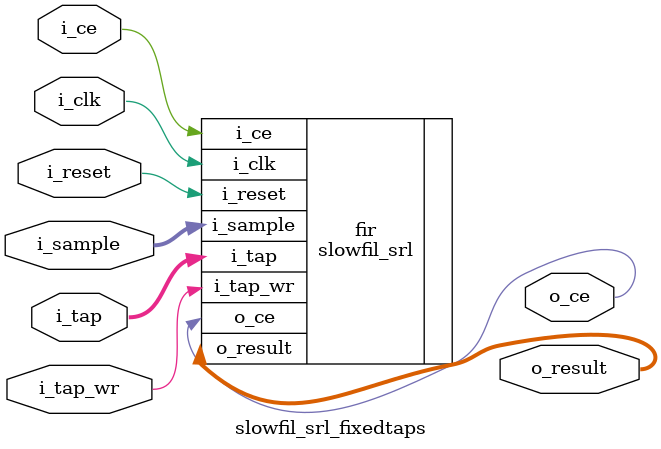
<source format=v>
module  slowfil_srl_fixedtaps(i_clk, i_reset, i_tap_wr, i_tap, i_ce, i_sample, o_ce, o_result);
`ifdef	FORMAL
	parameter		NTAPS=16, IW=9, TW=IW, OW=2*IW+5;
`else
	parameter		NTAPS=128, IW=12, TW=IW, OW=2*IW+7;
`endif
	parameter [0:0]		FIXED_TAPS=0;
	input	wire			i_clk, i_reset;
	//
	input	wire			i_tap_wr;	// Ignored if FIXED_TAPS
	input	wire	[(TW-1):0]	i_tap;		// Ignored if FIXED_TAPS
	//
	input	wire			i_ce;
	input	wire	[(IW-1):0]	i_sample;
	output	wire	          	o_ce;
	output	wire	[(OW-1):0]	o_result;

	// This is a modified variant of the original slowfil that uses a
	// shift-register approach to store all input samples
	slowfil_srl #(.FIXED_TAPS(1), .NTAPS(NTAPS), .IW(IW), .TW(TW), .INITIAL_COEFFS("taps.hex")) fir (.i_clk(i_clk), .i_reset(i_reset), .i_tap_wr(i_tap_wr), .i_tap(i_tap), .i_ce(i_ce), .i_sample(i_sample), .o_ce(o_ce), .o_result(o_result));
endmodule

`include "slowfil_srl.vh"

</source>
